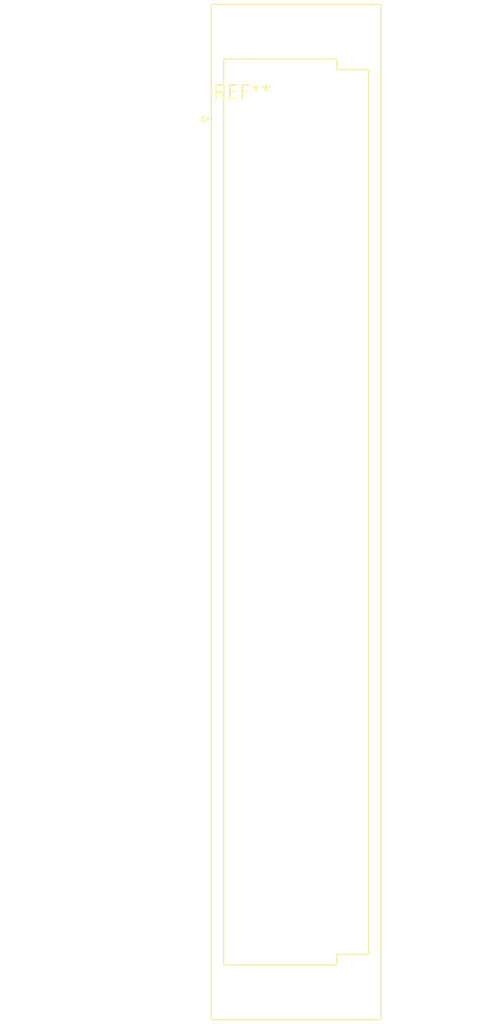
<source format=kicad_pcb>
(kicad_pcb (version 20240108) (generator pcbnew)
  (layers (0 "F.Cu" signal) (31 "B.Cu" signal) (34 "B.Paste" user) (35 "F.Paste" user) (36 "B.SilkS" user "B.Silkscreen") (37 "F.SilkS" user "F.Silkscreen") (38 "B.Mask" user) (39 "F.Mask" user) (44 "Edge.Cuts" user))
  (net 0 "")
  (footprint "DIN41612_E_2x16_RowsAC_Female_Vertical_THT" (layer "F.Cu") (at 0 0)
    (property "Reference" "REF**")
    (property "Value" "DIN41612_E_2x16_RowsAC_Female_Vertical_THT")
    (fp_line (start -3.75 2.24) (end -3.75 2.84) (layer "F.SilkS") (stroke (width 0.12)))
    (fp_line (start -3.75 2.84) (end -3.07 2.54) (layer "F.SilkS") (stroke (width 0.12)))
    (fp_line (start -3.07 2.54) (end -3.75 2.24) (layer "F.SilkS") (stroke (width 0.12)))
    (fp_line (start -2.88 -8.24) (end 13.04 -8.24) (layer "F.SilkS") (stroke (width 0.12)))
    (fp_line (start -2.88 86.98) (end -2.88 -8.24) (layer "F.SilkS") (stroke (width 0.12)))
    (fp_line (start -1.72 -3.131) (end 8.88 -3.131) (layer "F.SilkS") (stroke (width 0.12)))
    (fp_line (start -1.72 81.87) (end -1.72 -3.131) (layer "F.SilkS") (stroke (width 0.12)))
    (fp_line (start 8.88 -3.131) (end 8.88 -2.131) (layer "F.SilkS") (stroke (width 0.12)))
    (fp_line (start 8.88 -2.131) (end 11.88 -2.131) (layer "F.SilkS") (stroke (width 0.12)))
    (fp_line (start 8.88 80.87) (end 8.88 81.87) (layer "F.SilkS") (stroke (width 0.12)))
    (fp_line (start 8.88 81.87) (end -1.72 81.87) (layer "F.SilkS") (stroke (width 0.12)))
    (fp_line (start 11.88 -2.131) (end 11.88 80.87) (layer "F.SilkS") (stroke (width 0.12)))
    (fp_line (start 11.88 80.87) (end 8.88 80.87) (layer "F.SilkS") (stroke (width 0.12)))
    (fp_line (start 13.04 -8.24) (end 13.04 86.98) (layer "F.SilkS") (stroke (width 0.12)))
    (fp_line (start 13.04 86.98) (end -2.88 86.98) (layer "F.SilkS") (stroke (width 0.12)))
    (pad "" np_thru_hole circle (at 2.24 -5.63) (size 2.85 2.85) (drill 2.85) (layers *.Cu *.Mask))
    (pad "" np_thru_hole circle (at 2.24 84.37) (size 2.85 2.85) (drill 2.85) (layers *.Cu *.Mask))
    (pad "a2" thru_hole roundrect (at 0 2.54) (size 2.6 2.6) (drill 1.6) (layers *.Cu *.Mask) (remove_unused_layers) (roundrect_rratio 0.096154))
    (pad "a4" thru_hole circle (at 0 7.62) (size 2.6 2.6) (drill 1.6) (layers *.Cu *.Mask) (remove_unused_layers))
    (pad "a6" thru_hole circle (at 0 12.7) (size 2.6 2.6) (drill 1.6) (layers *.Cu *.Mask) (remove_unused_layers))
    (pad "a8" thru_hole circle (at 0 17.78) (size 2.6 2.6) (drill 1.6) (layers *.Cu *.Mask) (remove_unused_layers))
    (pad "a10" thru_hole circle (at 0 22.86) (size 2.6 2.6) (drill 1.6) (layers *.Cu *.Mask) (remove_unused_layers))
    (pad "a12" thru_hole circle (at 0 27.94) (size 2.6 2.6) (drill 1.6) (layers *.Cu *.Mask) (remove_unused_layers))
    (pad "a14" thru_hole circle (at 0 33.02) (size 2.6 2.6) (drill 1.6) (layers *.Cu *.Mask) (remove_unused_layers))
    (pad "a16" thru_hole circle (at 0 38.1) (size 2.6 2.6) (drill 1.6) (layers *.Cu *.Mask) (remove_unused_layers))
    (pad "a18" thru_hole circle (at 0 43.18) (size 2.6 2.6) (drill 1.6) (layers *.Cu *.Mask) (remove_unused_layers))
    (pad "a20" thru_hole circle (at 0 48.26) (size 2.6 2.6) (drill 1.6) (layers *.Cu *.Mask) (remove_unused_layers))
    (pad "a22" thru_hole circle (at 0 53.34) (size 2.6 2.6) (drill 1.6) (layers *.Cu *.Mask) (remove_unused_layers))
    (pad "a24" thru_hole circle (at 0 58.42) (size 2.6 2.6) (drill 1.6) (layers *.Cu *.Mask) (remove_unused_layers))
    (pad "a26" thru_hole circle (at 0 63.5) (size 2.6 2.6) (drill 1.6) (layers *.Cu *.Mask) (remove_unused_layers))
    (pad "a28" thru_hole circle (at 0 68.58) (size 2.6 2.6) (drill 1.6) (layers *.Cu *.Mask) (remove_unused_layers))
    (pad "a30" thru_hole circle (at 0 73.66) (size 2.6 2.6) (drill 1.6) (layers *.Cu *.Mask) (remove_unused_layers))
    (pad "a32" thru_hole circle (at 0 78.74) (size 2.6 2.6) (drill 1.6) (layers *.Cu *.Mask) (remove_unused_layers))
    (pad "c2" thru_hole circle (at 5.08 2.54) (size 2.6 2.6) (drill 1.6) (layers *.Cu *.Mask) (remove_unused_layers))
    (pad "c4" thru_hole circle (at 5.08 7.62) (size 2.6 2.6) (drill 1.6) (layers *.Cu *.Mask) (remove_unused_layers))
    (pad "c6" thru_hole circle (at 5.08 12.7) (size 2.6 2.6) (drill 1.6) (layers *.Cu *.Mask) (remove_unused_layers))
    (pad "c8" thru_hole circle (at 5.08 17.78) (size 2.6 2.6) (drill 1.6) (layers *.Cu *.Mask) (remove_unused_layers))
    (pad "c10" thru_hole circle (at 5.08 22.86) (size 2.6 2.6) (drill 1.6) (layers *.Cu *.Mask) (remove_unused_layers))
    (pad "c12" thru_hole circle (at 5.08 27.94) (size 2.6 2.6) (drill 1.6) (layers *.Cu *.Mask) (remove_unused_layers))
    (pad "c14" thru_hole circle (at 5.08 33.02) (size 2.6 2.6) (drill 1.6) (layers *.Cu *.Mask) (remove_unused_layers))
    (pad "c16" thru_hole circle (at 5.08 38.1) (size 2.6 2.6) (drill 1.6) (layers *.Cu *.Mask) (remove_unused_layers))
    (pad "c18" thru_hole circle (at 5.08 43.18) (size 2.6 2.6) (drill 1.6) (layers *.Cu *.Mask) (remove_unused_layers))
    (pad "c20" thru_hole circle (at 5.08 48.26) (size 2.6 2.6) (drill 1.6) (layers *.Cu *.Mask) (remove_unused_layers))
    (pad "c22" thru_hole circle (at 5.08 53.34) (size 2.6 2.6) (drill 1.6) (layers *.Cu *.Mask) (remove_unused_layers))
    (pad "c24" thru_hole circle (at 5.08 58.42) (size 2.6 2.6) (drill 1.6) (layers *.Cu *.Mask) (remove_unused_layers))
    (pad "c26" thru_hole circle (at 5.08 63.5) (size 2.6 2.6) (drill 1.6) (layers *.Cu *.Mask) (remove_unused_layers))
    (pad "c28" thru_hole circle (at 5.08 68.58) (size 2.6 2.6) (drill 1.6) (layers *.Cu *.Mask) (remove_unused_layers))
    (pad "c30" thru_hole circle (at 5.08 73.66) (size 2.6 2.6) (drill 1.6) (layers *.Cu *.Mask) (remove_unused_layers))
    (pad "c32" thru_hole circle (at 5.08 78.74) (size 2.6 2.6) (drill 1.6) (layers *.Cu *.Mask) (remove_unused_layers))
  )
)
</source>
